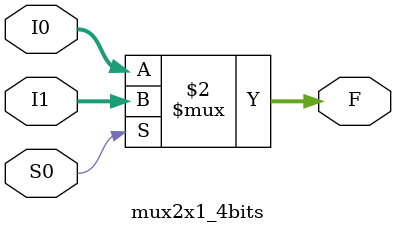
<source format=v>
module mux2x1_4bits (
    input  [3:0] I0,    // Entrada 0 de 4 bits
    input  [3:0] I1,    // Entrada 1 de 4 bits
    input        S0,    // Seletor
    output [3:0] F      // Saída de 4 bits
);

    // Atribuição contínua utilizando o operador condicional (ternário)
    assign F = (S0 == 1'b1) ? I1 : I0;

endmodule
</source>
